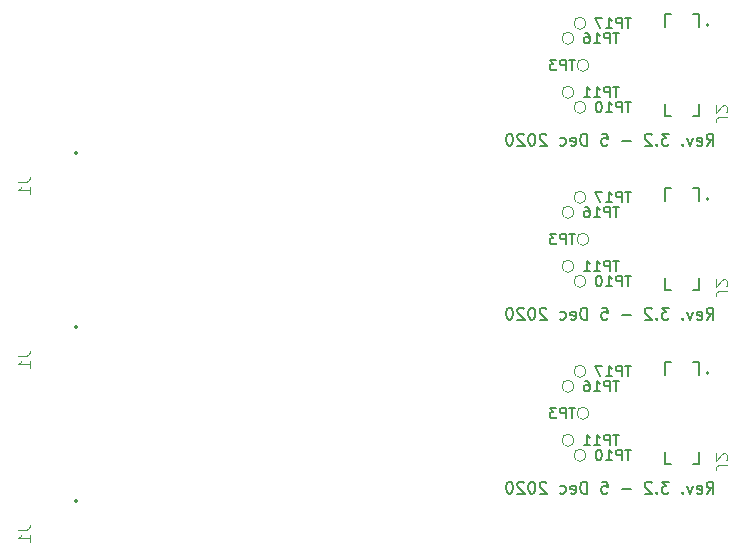
<source format=gbr>
G04 #@! TF.GenerationSoftware,KiCad,Pcbnew,(5.1.7)-1*
G04 #@! TF.CreationDate,2020-12-05T21:57:18-08:00*
G04 #@! TF.ProjectId,DellAdapter_3.1_PanelX3,44656c6c-4164-4617-9074-65725f332e31,rev?*
G04 #@! TF.SameCoordinates,Original*
G04 #@! TF.FileFunction,Legend,Bot*
G04 #@! TF.FilePolarity,Positive*
%FSLAX46Y46*%
G04 Gerber Fmt 4.6, Leading zero omitted, Abs format (unit mm)*
G04 Created by KiCad (PCBNEW (5.1.7)-1) date 2020-12-05 21:57:18*
%MOMM*%
%LPD*%
G01*
G04 APERTURE LIST*
%ADD10C,0.150000*%
%ADD11C,0.120000*%
%ADD12C,0.200000*%
%ADD13C,0.127000*%
%ADD14C,0.015000*%
G04 APERTURE END LIST*
D10*
X182942476Y-115514380D02*
X183275809Y-115038190D01*
X183513904Y-115514380D02*
X183513904Y-114514380D01*
X183132952Y-114514380D01*
X183037714Y-114562000D01*
X182990095Y-114609619D01*
X182942476Y-114704857D01*
X182942476Y-114847714D01*
X182990095Y-114942952D01*
X183037714Y-114990571D01*
X183132952Y-115038190D01*
X183513904Y-115038190D01*
X182132952Y-115466761D02*
X182228190Y-115514380D01*
X182418666Y-115514380D01*
X182513904Y-115466761D01*
X182561523Y-115371523D01*
X182561523Y-114990571D01*
X182513904Y-114895333D01*
X182418666Y-114847714D01*
X182228190Y-114847714D01*
X182132952Y-114895333D01*
X182085333Y-114990571D01*
X182085333Y-115085809D01*
X182561523Y-115181047D01*
X181752000Y-114847714D02*
X181513904Y-115514380D01*
X181275809Y-114847714D01*
X180894857Y-115419142D02*
X180847238Y-115466761D01*
X180894857Y-115514380D01*
X180942476Y-115466761D01*
X180894857Y-115419142D01*
X180894857Y-115514380D01*
X179752000Y-114514380D02*
X179132952Y-114514380D01*
X179466285Y-114895333D01*
X179323428Y-114895333D01*
X179228190Y-114942952D01*
X179180571Y-114990571D01*
X179132952Y-115085809D01*
X179132952Y-115323904D01*
X179180571Y-115419142D01*
X179228190Y-115466761D01*
X179323428Y-115514380D01*
X179609142Y-115514380D01*
X179704380Y-115466761D01*
X179752000Y-115419142D01*
X178704380Y-115419142D02*
X178656761Y-115466761D01*
X178704380Y-115514380D01*
X178752000Y-115466761D01*
X178704380Y-115419142D01*
X178704380Y-115514380D01*
X178275809Y-114609619D02*
X178228190Y-114562000D01*
X178132952Y-114514380D01*
X177894857Y-114514380D01*
X177799619Y-114562000D01*
X177752000Y-114609619D01*
X177704380Y-114704857D01*
X177704380Y-114800095D01*
X177752000Y-114942952D01*
X178323428Y-115514380D01*
X177704380Y-115514380D01*
X176513904Y-115133428D02*
X175752000Y-115133428D01*
X174037714Y-114514380D02*
X174513904Y-114514380D01*
X174561523Y-114990571D01*
X174513904Y-114942952D01*
X174418666Y-114895333D01*
X174180571Y-114895333D01*
X174085333Y-114942952D01*
X174037714Y-114990571D01*
X173990095Y-115085809D01*
X173990095Y-115323904D01*
X174037714Y-115419142D01*
X174085333Y-115466761D01*
X174180571Y-115514380D01*
X174418666Y-115514380D01*
X174513904Y-115466761D01*
X174561523Y-115419142D01*
X172799619Y-115514380D02*
X172799619Y-114514380D01*
X172561523Y-114514380D01*
X172418666Y-114562000D01*
X172323428Y-114657238D01*
X172275809Y-114752476D01*
X172228190Y-114942952D01*
X172228190Y-115085809D01*
X172275809Y-115276285D01*
X172323428Y-115371523D01*
X172418666Y-115466761D01*
X172561523Y-115514380D01*
X172799619Y-115514380D01*
X171418666Y-115466761D02*
X171513904Y-115514380D01*
X171704380Y-115514380D01*
X171799619Y-115466761D01*
X171847238Y-115371523D01*
X171847238Y-114990571D01*
X171799619Y-114895333D01*
X171704380Y-114847714D01*
X171513904Y-114847714D01*
X171418666Y-114895333D01*
X171371047Y-114990571D01*
X171371047Y-115085809D01*
X171847238Y-115181047D01*
X170513904Y-115466761D02*
X170609142Y-115514380D01*
X170799619Y-115514380D01*
X170894857Y-115466761D01*
X170942476Y-115419142D01*
X170990095Y-115323904D01*
X170990095Y-115038190D01*
X170942476Y-114942952D01*
X170894857Y-114895333D01*
X170799619Y-114847714D01*
X170609142Y-114847714D01*
X170513904Y-114895333D01*
X169371047Y-114609619D02*
X169323428Y-114562000D01*
X169228190Y-114514380D01*
X168990095Y-114514380D01*
X168894857Y-114562000D01*
X168847238Y-114609619D01*
X168799619Y-114704857D01*
X168799619Y-114800095D01*
X168847238Y-114942952D01*
X169418666Y-115514380D01*
X168799619Y-115514380D01*
X168180571Y-114514380D02*
X168085333Y-114514380D01*
X167990095Y-114562000D01*
X167942476Y-114609619D01*
X167894857Y-114704857D01*
X167847238Y-114895333D01*
X167847238Y-115133428D01*
X167894857Y-115323904D01*
X167942476Y-115419142D01*
X167990095Y-115466761D01*
X168085333Y-115514380D01*
X168180571Y-115514380D01*
X168275809Y-115466761D01*
X168323428Y-115419142D01*
X168371047Y-115323904D01*
X168418666Y-115133428D01*
X168418666Y-114895333D01*
X168371047Y-114704857D01*
X168323428Y-114609619D01*
X168275809Y-114562000D01*
X168180571Y-114514380D01*
X167466285Y-114609619D02*
X167418666Y-114562000D01*
X167323428Y-114514380D01*
X167085333Y-114514380D01*
X166990095Y-114562000D01*
X166942476Y-114609619D01*
X166894857Y-114704857D01*
X166894857Y-114800095D01*
X166942476Y-114942952D01*
X167513904Y-115514380D01*
X166894857Y-115514380D01*
X166275809Y-114514380D02*
X166180571Y-114514380D01*
X166085333Y-114562000D01*
X166037714Y-114609619D01*
X165990095Y-114704857D01*
X165942476Y-114895333D01*
X165942476Y-115133428D01*
X165990095Y-115323904D01*
X166037714Y-115419142D01*
X166085333Y-115466761D01*
X166180571Y-115514380D01*
X166275809Y-115514380D01*
X166371047Y-115466761D01*
X166418666Y-115419142D01*
X166466285Y-115323904D01*
X166513904Y-115133428D01*
X166513904Y-114895333D01*
X166466285Y-114704857D01*
X166418666Y-114609619D01*
X166371047Y-114562000D01*
X166275809Y-114514380D01*
X182942476Y-100782380D02*
X183275809Y-100306190D01*
X183513904Y-100782380D02*
X183513904Y-99782380D01*
X183132952Y-99782380D01*
X183037714Y-99830000D01*
X182990095Y-99877619D01*
X182942476Y-99972857D01*
X182942476Y-100115714D01*
X182990095Y-100210952D01*
X183037714Y-100258571D01*
X183132952Y-100306190D01*
X183513904Y-100306190D01*
X182132952Y-100734761D02*
X182228190Y-100782380D01*
X182418666Y-100782380D01*
X182513904Y-100734761D01*
X182561523Y-100639523D01*
X182561523Y-100258571D01*
X182513904Y-100163333D01*
X182418666Y-100115714D01*
X182228190Y-100115714D01*
X182132952Y-100163333D01*
X182085333Y-100258571D01*
X182085333Y-100353809D01*
X182561523Y-100449047D01*
X181752000Y-100115714D02*
X181513904Y-100782380D01*
X181275809Y-100115714D01*
X180894857Y-100687142D02*
X180847238Y-100734761D01*
X180894857Y-100782380D01*
X180942476Y-100734761D01*
X180894857Y-100687142D01*
X180894857Y-100782380D01*
X179752000Y-99782380D02*
X179132952Y-99782380D01*
X179466285Y-100163333D01*
X179323428Y-100163333D01*
X179228190Y-100210952D01*
X179180571Y-100258571D01*
X179132952Y-100353809D01*
X179132952Y-100591904D01*
X179180571Y-100687142D01*
X179228190Y-100734761D01*
X179323428Y-100782380D01*
X179609142Y-100782380D01*
X179704380Y-100734761D01*
X179752000Y-100687142D01*
X178704380Y-100687142D02*
X178656761Y-100734761D01*
X178704380Y-100782380D01*
X178752000Y-100734761D01*
X178704380Y-100687142D01*
X178704380Y-100782380D01*
X178275809Y-99877619D02*
X178228190Y-99830000D01*
X178132952Y-99782380D01*
X177894857Y-99782380D01*
X177799619Y-99830000D01*
X177752000Y-99877619D01*
X177704380Y-99972857D01*
X177704380Y-100068095D01*
X177752000Y-100210952D01*
X178323428Y-100782380D01*
X177704380Y-100782380D01*
X176513904Y-100401428D02*
X175752000Y-100401428D01*
X174037714Y-99782380D02*
X174513904Y-99782380D01*
X174561523Y-100258571D01*
X174513904Y-100210952D01*
X174418666Y-100163333D01*
X174180571Y-100163333D01*
X174085333Y-100210952D01*
X174037714Y-100258571D01*
X173990095Y-100353809D01*
X173990095Y-100591904D01*
X174037714Y-100687142D01*
X174085333Y-100734761D01*
X174180571Y-100782380D01*
X174418666Y-100782380D01*
X174513904Y-100734761D01*
X174561523Y-100687142D01*
X172799619Y-100782380D02*
X172799619Y-99782380D01*
X172561523Y-99782380D01*
X172418666Y-99830000D01*
X172323428Y-99925238D01*
X172275809Y-100020476D01*
X172228190Y-100210952D01*
X172228190Y-100353809D01*
X172275809Y-100544285D01*
X172323428Y-100639523D01*
X172418666Y-100734761D01*
X172561523Y-100782380D01*
X172799619Y-100782380D01*
X171418666Y-100734761D02*
X171513904Y-100782380D01*
X171704380Y-100782380D01*
X171799619Y-100734761D01*
X171847238Y-100639523D01*
X171847238Y-100258571D01*
X171799619Y-100163333D01*
X171704380Y-100115714D01*
X171513904Y-100115714D01*
X171418666Y-100163333D01*
X171371047Y-100258571D01*
X171371047Y-100353809D01*
X171847238Y-100449047D01*
X170513904Y-100734761D02*
X170609142Y-100782380D01*
X170799619Y-100782380D01*
X170894857Y-100734761D01*
X170942476Y-100687142D01*
X170990095Y-100591904D01*
X170990095Y-100306190D01*
X170942476Y-100210952D01*
X170894857Y-100163333D01*
X170799619Y-100115714D01*
X170609142Y-100115714D01*
X170513904Y-100163333D01*
X169371047Y-99877619D02*
X169323428Y-99830000D01*
X169228190Y-99782380D01*
X168990095Y-99782380D01*
X168894857Y-99830000D01*
X168847238Y-99877619D01*
X168799619Y-99972857D01*
X168799619Y-100068095D01*
X168847238Y-100210952D01*
X169418666Y-100782380D01*
X168799619Y-100782380D01*
X168180571Y-99782380D02*
X168085333Y-99782380D01*
X167990095Y-99830000D01*
X167942476Y-99877619D01*
X167894857Y-99972857D01*
X167847238Y-100163333D01*
X167847238Y-100401428D01*
X167894857Y-100591904D01*
X167942476Y-100687142D01*
X167990095Y-100734761D01*
X168085333Y-100782380D01*
X168180571Y-100782380D01*
X168275809Y-100734761D01*
X168323428Y-100687142D01*
X168371047Y-100591904D01*
X168418666Y-100401428D01*
X168418666Y-100163333D01*
X168371047Y-99972857D01*
X168323428Y-99877619D01*
X168275809Y-99830000D01*
X168180571Y-99782380D01*
X167466285Y-99877619D02*
X167418666Y-99830000D01*
X167323428Y-99782380D01*
X167085333Y-99782380D01*
X166990095Y-99830000D01*
X166942476Y-99877619D01*
X166894857Y-99972857D01*
X166894857Y-100068095D01*
X166942476Y-100210952D01*
X167513904Y-100782380D01*
X166894857Y-100782380D01*
X166275809Y-99782380D02*
X166180571Y-99782380D01*
X166085333Y-99830000D01*
X166037714Y-99877619D01*
X165990095Y-99972857D01*
X165942476Y-100163333D01*
X165942476Y-100401428D01*
X165990095Y-100591904D01*
X166037714Y-100687142D01*
X166085333Y-100734761D01*
X166180571Y-100782380D01*
X166275809Y-100782380D01*
X166371047Y-100734761D01*
X166418666Y-100687142D01*
X166466285Y-100591904D01*
X166513904Y-100401428D01*
X166513904Y-100163333D01*
X166466285Y-99972857D01*
X166418666Y-99877619D01*
X166371047Y-99830000D01*
X166275809Y-99782380D01*
X182942476Y-86050380D02*
X183275809Y-85574190D01*
X183513904Y-86050380D02*
X183513904Y-85050380D01*
X183132952Y-85050380D01*
X183037714Y-85098000D01*
X182990095Y-85145619D01*
X182942476Y-85240857D01*
X182942476Y-85383714D01*
X182990095Y-85478952D01*
X183037714Y-85526571D01*
X183132952Y-85574190D01*
X183513904Y-85574190D01*
X182132952Y-86002761D02*
X182228190Y-86050380D01*
X182418666Y-86050380D01*
X182513904Y-86002761D01*
X182561523Y-85907523D01*
X182561523Y-85526571D01*
X182513904Y-85431333D01*
X182418666Y-85383714D01*
X182228190Y-85383714D01*
X182132952Y-85431333D01*
X182085333Y-85526571D01*
X182085333Y-85621809D01*
X182561523Y-85717047D01*
X181752000Y-85383714D02*
X181513904Y-86050380D01*
X181275809Y-85383714D01*
X180894857Y-85955142D02*
X180847238Y-86002761D01*
X180894857Y-86050380D01*
X180942476Y-86002761D01*
X180894857Y-85955142D01*
X180894857Y-86050380D01*
X179752000Y-85050380D02*
X179132952Y-85050380D01*
X179466285Y-85431333D01*
X179323428Y-85431333D01*
X179228190Y-85478952D01*
X179180571Y-85526571D01*
X179132952Y-85621809D01*
X179132952Y-85859904D01*
X179180571Y-85955142D01*
X179228190Y-86002761D01*
X179323428Y-86050380D01*
X179609142Y-86050380D01*
X179704380Y-86002761D01*
X179752000Y-85955142D01*
X178704380Y-85955142D02*
X178656761Y-86002761D01*
X178704380Y-86050380D01*
X178752000Y-86002761D01*
X178704380Y-85955142D01*
X178704380Y-86050380D01*
X178275809Y-85145619D02*
X178228190Y-85098000D01*
X178132952Y-85050380D01*
X177894857Y-85050380D01*
X177799619Y-85098000D01*
X177752000Y-85145619D01*
X177704380Y-85240857D01*
X177704380Y-85336095D01*
X177752000Y-85478952D01*
X178323428Y-86050380D01*
X177704380Y-86050380D01*
X176513904Y-85669428D02*
X175752000Y-85669428D01*
X174037714Y-85050380D02*
X174513904Y-85050380D01*
X174561523Y-85526571D01*
X174513904Y-85478952D01*
X174418666Y-85431333D01*
X174180571Y-85431333D01*
X174085333Y-85478952D01*
X174037714Y-85526571D01*
X173990095Y-85621809D01*
X173990095Y-85859904D01*
X174037714Y-85955142D01*
X174085333Y-86002761D01*
X174180571Y-86050380D01*
X174418666Y-86050380D01*
X174513904Y-86002761D01*
X174561523Y-85955142D01*
X172799619Y-86050380D02*
X172799619Y-85050380D01*
X172561523Y-85050380D01*
X172418666Y-85098000D01*
X172323428Y-85193238D01*
X172275809Y-85288476D01*
X172228190Y-85478952D01*
X172228190Y-85621809D01*
X172275809Y-85812285D01*
X172323428Y-85907523D01*
X172418666Y-86002761D01*
X172561523Y-86050380D01*
X172799619Y-86050380D01*
X171418666Y-86002761D02*
X171513904Y-86050380D01*
X171704380Y-86050380D01*
X171799619Y-86002761D01*
X171847238Y-85907523D01*
X171847238Y-85526571D01*
X171799619Y-85431333D01*
X171704380Y-85383714D01*
X171513904Y-85383714D01*
X171418666Y-85431333D01*
X171371047Y-85526571D01*
X171371047Y-85621809D01*
X171847238Y-85717047D01*
X170513904Y-86002761D02*
X170609142Y-86050380D01*
X170799619Y-86050380D01*
X170894857Y-86002761D01*
X170942476Y-85955142D01*
X170990095Y-85859904D01*
X170990095Y-85574190D01*
X170942476Y-85478952D01*
X170894857Y-85431333D01*
X170799619Y-85383714D01*
X170609142Y-85383714D01*
X170513904Y-85431333D01*
X169371047Y-85145619D02*
X169323428Y-85098000D01*
X169228190Y-85050380D01*
X168990095Y-85050380D01*
X168894857Y-85098000D01*
X168847238Y-85145619D01*
X168799619Y-85240857D01*
X168799619Y-85336095D01*
X168847238Y-85478952D01*
X169418666Y-86050380D01*
X168799619Y-86050380D01*
X168180571Y-85050380D02*
X168085333Y-85050380D01*
X167990095Y-85098000D01*
X167942476Y-85145619D01*
X167894857Y-85240857D01*
X167847238Y-85431333D01*
X167847238Y-85669428D01*
X167894857Y-85859904D01*
X167942476Y-85955142D01*
X167990095Y-86002761D01*
X168085333Y-86050380D01*
X168180571Y-86050380D01*
X168275809Y-86002761D01*
X168323428Y-85955142D01*
X168371047Y-85859904D01*
X168418666Y-85669428D01*
X168418666Y-85431333D01*
X168371047Y-85240857D01*
X168323428Y-85145619D01*
X168275809Y-85098000D01*
X168180571Y-85050380D01*
X167466285Y-85145619D02*
X167418666Y-85098000D01*
X167323428Y-85050380D01*
X167085333Y-85050380D01*
X166990095Y-85098000D01*
X166942476Y-85145619D01*
X166894857Y-85240857D01*
X166894857Y-85336095D01*
X166942476Y-85478952D01*
X167513904Y-86050380D01*
X166894857Y-86050380D01*
X166275809Y-85050380D02*
X166180571Y-85050380D01*
X166085333Y-85098000D01*
X166037714Y-85145619D01*
X165990095Y-85240857D01*
X165942476Y-85431333D01*
X165942476Y-85669428D01*
X165990095Y-85859904D01*
X166037714Y-85955142D01*
X166085333Y-86002761D01*
X166180571Y-86050380D01*
X166275809Y-86050380D01*
X166371047Y-86002761D01*
X166418666Y-85955142D01*
X166466285Y-85859904D01*
X166513904Y-85669428D01*
X166513904Y-85431333D01*
X166466285Y-85240857D01*
X166418666Y-85145619D01*
X166371047Y-85098000D01*
X166275809Y-85050380D01*
D11*
X172720000Y-105156000D02*
G75*
G03*
X172720000Y-105156000I-508000J0D01*
G01*
X171704000Y-106426000D02*
G75*
G03*
X171704000Y-106426000I-508000J0D01*
G01*
X171704000Y-110998000D02*
G75*
G03*
X171704000Y-110998000I-508000J0D01*
G01*
X172720000Y-112268000D02*
G75*
G03*
X172720000Y-112268000I-508000J0D01*
G01*
X172974000Y-108712000D02*
G75*
G03*
X172974000Y-108712000I-508000J0D01*
G01*
D12*
X129639000Y-116130000D02*
G75*
G03*
X129639000Y-116130000I-100000J0D01*
G01*
X183088000Y-105302000D02*
G75*
G03*
X183088000Y-105302000I-100000J0D01*
G01*
X179898000Y-113042000D02*
X179448000Y-113042000D01*
X179448000Y-113042000D02*
X179448000Y-111952000D01*
X179448000Y-105472000D02*
X179448000Y-104382000D01*
X179448000Y-104382000D02*
X179898000Y-104382000D01*
X181798000Y-104382000D02*
X182248000Y-104382000D01*
X182248000Y-104382000D02*
X182248000Y-105472000D01*
X182248000Y-111952000D02*
X182248000Y-113042000D01*
X182248000Y-113042000D02*
X181798000Y-113042000D01*
D11*
X172720000Y-90424000D02*
G75*
G03*
X172720000Y-90424000I-508000J0D01*
G01*
X171704000Y-91694000D02*
G75*
G03*
X171704000Y-91694000I-508000J0D01*
G01*
X172720000Y-97536000D02*
G75*
G03*
X172720000Y-97536000I-508000J0D01*
G01*
X172974000Y-93980000D02*
G75*
G03*
X172974000Y-93980000I-508000J0D01*
G01*
D12*
X129639000Y-101398000D02*
G75*
G03*
X129639000Y-101398000I-100000J0D01*
G01*
X182248000Y-98310000D02*
X181798000Y-98310000D01*
X182248000Y-97220000D02*
X182248000Y-98310000D01*
X182248000Y-89650000D02*
X182248000Y-90740000D01*
X181798000Y-89650000D02*
X182248000Y-89650000D01*
X179448000Y-89650000D02*
X179898000Y-89650000D01*
X179448000Y-90740000D02*
X179448000Y-89650000D01*
X179448000Y-98310000D02*
X179448000Y-97220000D01*
X179898000Y-98310000D02*
X179448000Y-98310000D01*
X183088000Y-90570000D02*
G75*
G03*
X183088000Y-90570000I-100000J0D01*
G01*
D11*
X171704000Y-96266000D02*
G75*
G03*
X171704000Y-96266000I-508000J0D01*
G01*
D12*
X183088000Y-75838000D02*
G75*
G03*
X183088000Y-75838000I-100000J0D01*
G01*
X179898000Y-83578000D02*
X179448000Y-83578000D01*
X179448000Y-83578000D02*
X179448000Y-82488000D01*
X179448000Y-76008000D02*
X179448000Y-74918000D01*
X179448000Y-74918000D02*
X179898000Y-74918000D01*
X181798000Y-74918000D02*
X182248000Y-74918000D01*
X182248000Y-74918000D02*
X182248000Y-76008000D01*
X182248000Y-82488000D02*
X182248000Y-83578000D01*
X182248000Y-83578000D02*
X181798000Y-83578000D01*
X129639000Y-86666000D02*
G75*
G03*
X129639000Y-86666000I-100000J0D01*
G01*
D11*
X172974000Y-79248000D02*
G75*
G03*
X172974000Y-79248000I-508000J0D01*
G01*
X172720000Y-82804000D02*
G75*
G03*
X172720000Y-82804000I-508000J0D01*
G01*
X171704000Y-81534000D02*
G75*
G03*
X171704000Y-81534000I-508000J0D01*
G01*
X171704000Y-76962000D02*
G75*
G03*
X171704000Y-76962000I-508000J0D01*
G01*
X172720000Y-75692000D02*
G75*
G03*
X172720000Y-75692000I-508000J0D01*
G01*
D13*
X176551166Y-104669166D02*
X176043166Y-104669166D01*
X176297166Y-105558166D02*
X176297166Y-104669166D01*
X175746833Y-105558166D02*
X175746833Y-104669166D01*
X175408166Y-104669166D01*
X175323500Y-104711500D01*
X175281166Y-104753833D01*
X175238833Y-104838500D01*
X175238833Y-104965500D01*
X175281166Y-105050166D01*
X175323500Y-105092500D01*
X175408166Y-105134833D01*
X175746833Y-105134833D01*
X174392166Y-105558166D02*
X174900166Y-105558166D01*
X174646166Y-105558166D02*
X174646166Y-104669166D01*
X174730833Y-104796166D01*
X174815500Y-104880833D01*
X174900166Y-104923166D01*
X174095833Y-104669166D02*
X173503166Y-104669166D01*
X173884166Y-105558166D01*
X175535166Y-105939166D02*
X175027166Y-105939166D01*
X175281166Y-106828166D02*
X175281166Y-105939166D01*
X174730833Y-106828166D02*
X174730833Y-105939166D01*
X174392166Y-105939166D01*
X174307500Y-105981500D01*
X174265166Y-106023833D01*
X174222833Y-106108500D01*
X174222833Y-106235500D01*
X174265166Y-106320166D01*
X174307500Y-106362500D01*
X174392166Y-106404833D01*
X174730833Y-106404833D01*
X173376166Y-106828166D02*
X173884166Y-106828166D01*
X173630166Y-106828166D02*
X173630166Y-105939166D01*
X173714833Y-106066166D01*
X173799500Y-106150833D01*
X173884166Y-106193166D01*
X172614166Y-105939166D02*
X172783500Y-105939166D01*
X172868166Y-105981500D01*
X172910500Y-106023833D01*
X172995166Y-106150833D01*
X173037500Y-106320166D01*
X173037500Y-106658833D01*
X172995166Y-106743500D01*
X172952833Y-106785833D01*
X172868166Y-106828166D01*
X172698833Y-106828166D01*
X172614166Y-106785833D01*
X172571833Y-106743500D01*
X172529500Y-106658833D01*
X172529500Y-106447166D01*
X172571833Y-106362500D01*
X172614166Y-106320166D01*
X172698833Y-106277833D01*
X172868166Y-106277833D01*
X172952833Y-106320166D01*
X172995166Y-106362500D01*
X173037500Y-106447166D01*
X175535166Y-110511166D02*
X175027166Y-110511166D01*
X175281166Y-111400166D02*
X175281166Y-110511166D01*
X174730833Y-111400166D02*
X174730833Y-110511166D01*
X174392166Y-110511166D01*
X174307500Y-110553500D01*
X174265166Y-110595833D01*
X174222833Y-110680500D01*
X174222833Y-110807500D01*
X174265166Y-110892166D01*
X174307500Y-110934500D01*
X174392166Y-110976833D01*
X174730833Y-110976833D01*
X173376166Y-111400166D02*
X173884166Y-111400166D01*
X173630166Y-111400166D02*
X173630166Y-110511166D01*
X173714833Y-110638166D01*
X173799500Y-110722833D01*
X173884166Y-110765166D01*
X172529500Y-111400166D02*
X173037500Y-111400166D01*
X172783500Y-111400166D02*
X172783500Y-110511166D01*
X172868166Y-110638166D01*
X172952833Y-110722833D01*
X173037500Y-110765166D01*
X176551166Y-111781166D02*
X176043166Y-111781166D01*
X176297166Y-112670166D02*
X176297166Y-111781166D01*
X175746833Y-112670166D02*
X175746833Y-111781166D01*
X175408166Y-111781166D01*
X175323500Y-111823500D01*
X175281166Y-111865833D01*
X175238833Y-111950500D01*
X175238833Y-112077500D01*
X175281166Y-112162166D01*
X175323500Y-112204500D01*
X175408166Y-112246833D01*
X175746833Y-112246833D01*
X174392166Y-112670166D02*
X174900166Y-112670166D01*
X174646166Y-112670166D02*
X174646166Y-111781166D01*
X174730833Y-111908166D01*
X174815500Y-111992833D01*
X174900166Y-112035166D01*
X173841833Y-111781166D02*
X173757166Y-111781166D01*
X173672500Y-111823500D01*
X173630166Y-111865833D01*
X173587833Y-111950500D01*
X173545500Y-112119833D01*
X173545500Y-112331500D01*
X173587833Y-112500833D01*
X173630166Y-112585500D01*
X173672500Y-112627833D01*
X173757166Y-112670166D01*
X173841833Y-112670166D01*
X173926500Y-112627833D01*
X173968833Y-112585500D01*
X174011166Y-112500833D01*
X174053500Y-112331500D01*
X174053500Y-112119833D01*
X174011166Y-111950500D01*
X173968833Y-111865833D01*
X173926500Y-111823500D01*
X173841833Y-111781166D01*
X171809833Y-108225166D02*
X171301833Y-108225166D01*
X171555833Y-109114166D02*
X171555833Y-108225166D01*
X171005500Y-109114166D02*
X171005500Y-108225166D01*
X170666833Y-108225166D01*
X170582166Y-108267500D01*
X170539833Y-108309833D01*
X170497500Y-108394500D01*
X170497500Y-108521500D01*
X170539833Y-108606166D01*
X170582166Y-108648500D01*
X170666833Y-108690833D01*
X171005500Y-108690833D01*
X170201166Y-108225166D02*
X169650833Y-108225166D01*
X169947166Y-108563833D01*
X169820166Y-108563833D01*
X169735500Y-108606166D01*
X169693166Y-108648500D01*
X169650833Y-108733166D01*
X169650833Y-108944833D01*
X169693166Y-109029500D01*
X169735500Y-109071833D01*
X169820166Y-109114166D01*
X170074166Y-109114166D01*
X170158833Y-109071833D01*
X170201166Y-109029500D01*
D14*
X124616349Y-118584099D02*
X125330950Y-118584099D01*
X125473870Y-118536459D01*
X125569150Y-118441179D01*
X125616790Y-118298259D01*
X125616790Y-118202979D01*
X125616790Y-119584540D02*
X125616790Y-119012860D01*
X125616790Y-119298700D02*
X124616349Y-119298700D01*
X124759269Y-119203420D01*
X124854549Y-119108140D01*
X124902189Y-119012860D01*
X184697619Y-113109333D02*
X183983333Y-113109333D01*
X183840476Y-113156952D01*
X183745238Y-113252190D01*
X183697619Y-113395047D01*
X183697619Y-113490285D01*
X184602380Y-112680761D02*
X184650000Y-112633142D01*
X184697619Y-112537904D01*
X184697619Y-112299809D01*
X184650000Y-112204571D01*
X184602380Y-112156952D01*
X184507142Y-112109333D01*
X184411904Y-112109333D01*
X184269047Y-112156952D01*
X183697619Y-112728380D01*
X183697619Y-112109333D01*
D13*
X176551166Y-89937166D02*
X176043166Y-89937166D01*
X176297166Y-90826166D02*
X176297166Y-89937166D01*
X175746833Y-90826166D02*
X175746833Y-89937166D01*
X175408166Y-89937166D01*
X175323500Y-89979500D01*
X175281166Y-90021833D01*
X175238833Y-90106500D01*
X175238833Y-90233500D01*
X175281166Y-90318166D01*
X175323500Y-90360500D01*
X175408166Y-90402833D01*
X175746833Y-90402833D01*
X174392166Y-90826166D02*
X174900166Y-90826166D01*
X174646166Y-90826166D02*
X174646166Y-89937166D01*
X174730833Y-90064166D01*
X174815500Y-90148833D01*
X174900166Y-90191166D01*
X174095833Y-89937166D02*
X173503166Y-89937166D01*
X173884166Y-90826166D01*
X175535166Y-91207166D02*
X175027166Y-91207166D01*
X175281166Y-92096166D02*
X175281166Y-91207166D01*
X174730833Y-92096166D02*
X174730833Y-91207166D01*
X174392166Y-91207166D01*
X174307500Y-91249500D01*
X174265166Y-91291833D01*
X174222833Y-91376500D01*
X174222833Y-91503500D01*
X174265166Y-91588166D01*
X174307500Y-91630500D01*
X174392166Y-91672833D01*
X174730833Y-91672833D01*
X173376166Y-92096166D02*
X173884166Y-92096166D01*
X173630166Y-92096166D02*
X173630166Y-91207166D01*
X173714833Y-91334166D01*
X173799500Y-91418833D01*
X173884166Y-91461166D01*
X172614166Y-91207166D02*
X172783500Y-91207166D01*
X172868166Y-91249500D01*
X172910500Y-91291833D01*
X172995166Y-91418833D01*
X173037500Y-91588166D01*
X173037500Y-91926833D01*
X172995166Y-92011500D01*
X172952833Y-92053833D01*
X172868166Y-92096166D01*
X172698833Y-92096166D01*
X172614166Y-92053833D01*
X172571833Y-92011500D01*
X172529500Y-91926833D01*
X172529500Y-91715166D01*
X172571833Y-91630500D01*
X172614166Y-91588166D01*
X172698833Y-91545833D01*
X172868166Y-91545833D01*
X172952833Y-91588166D01*
X172995166Y-91630500D01*
X173037500Y-91715166D01*
X176551166Y-97049166D02*
X176043166Y-97049166D01*
X176297166Y-97938166D02*
X176297166Y-97049166D01*
X175746833Y-97938166D02*
X175746833Y-97049166D01*
X175408166Y-97049166D01*
X175323500Y-97091500D01*
X175281166Y-97133833D01*
X175238833Y-97218500D01*
X175238833Y-97345500D01*
X175281166Y-97430166D01*
X175323500Y-97472500D01*
X175408166Y-97514833D01*
X175746833Y-97514833D01*
X174392166Y-97938166D02*
X174900166Y-97938166D01*
X174646166Y-97938166D02*
X174646166Y-97049166D01*
X174730833Y-97176166D01*
X174815500Y-97260833D01*
X174900166Y-97303166D01*
X173841833Y-97049166D02*
X173757166Y-97049166D01*
X173672500Y-97091500D01*
X173630166Y-97133833D01*
X173587833Y-97218500D01*
X173545500Y-97387833D01*
X173545500Y-97599500D01*
X173587833Y-97768833D01*
X173630166Y-97853500D01*
X173672500Y-97895833D01*
X173757166Y-97938166D01*
X173841833Y-97938166D01*
X173926500Y-97895833D01*
X173968833Y-97853500D01*
X174011166Y-97768833D01*
X174053500Y-97599500D01*
X174053500Y-97387833D01*
X174011166Y-97218500D01*
X173968833Y-97133833D01*
X173926500Y-97091500D01*
X173841833Y-97049166D01*
X171809833Y-93493166D02*
X171301833Y-93493166D01*
X171555833Y-94382166D02*
X171555833Y-93493166D01*
X171005500Y-94382166D02*
X171005500Y-93493166D01*
X170666833Y-93493166D01*
X170582166Y-93535500D01*
X170539833Y-93577833D01*
X170497500Y-93662500D01*
X170497500Y-93789500D01*
X170539833Y-93874166D01*
X170582166Y-93916500D01*
X170666833Y-93958833D01*
X171005500Y-93958833D01*
X170201166Y-93493166D02*
X169650833Y-93493166D01*
X169947166Y-93831833D01*
X169820166Y-93831833D01*
X169735500Y-93874166D01*
X169693166Y-93916500D01*
X169650833Y-94001166D01*
X169650833Y-94212833D01*
X169693166Y-94297500D01*
X169735500Y-94339833D01*
X169820166Y-94382166D01*
X170074166Y-94382166D01*
X170158833Y-94339833D01*
X170201166Y-94297500D01*
D14*
X124616349Y-103852099D02*
X125330950Y-103852099D01*
X125473870Y-103804459D01*
X125569150Y-103709179D01*
X125616790Y-103566259D01*
X125616790Y-103470979D01*
X125616790Y-104852540D02*
X125616790Y-104280860D01*
X125616790Y-104566700D02*
X124616349Y-104566700D01*
X124759269Y-104471420D01*
X124854549Y-104376140D01*
X124902189Y-104280860D01*
X184697619Y-98377333D02*
X183983333Y-98377333D01*
X183840476Y-98424952D01*
X183745238Y-98520190D01*
X183697619Y-98663047D01*
X183697619Y-98758285D01*
X184602380Y-97948761D02*
X184650000Y-97901142D01*
X184697619Y-97805904D01*
X184697619Y-97567809D01*
X184650000Y-97472571D01*
X184602380Y-97424952D01*
X184507142Y-97377333D01*
X184411904Y-97377333D01*
X184269047Y-97424952D01*
X183697619Y-97996380D01*
X183697619Y-97377333D01*
D13*
X175535166Y-95779166D02*
X175027166Y-95779166D01*
X175281166Y-96668166D02*
X175281166Y-95779166D01*
X174730833Y-96668166D02*
X174730833Y-95779166D01*
X174392166Y-95779166D01*
X174307500Y-95821500D01*
X174265166Y-95863833D01*
X174222833Y-95948500D01*
X174222833Y-96075500D01*
X174265166Y-96160166D01*
X174307500Y-96202500D01*
X174392166Y-96244833D01*
X174730833Y-96244833D01*
X173376166Y-96668166D02*
X173884166Y-96668166D01*
X173630166Y-96668166D02*
X173630166Y-95779166D01*
X173714833Y-95906166D01*
X173799500Y-95990833D01*
X173884166Y-96033166D01*
X172529500Y-96668166D02*
X173037500Y-96668166D01*
X172783500Y-96668166D02*
X172783500Y-95779166D01*
X172868166Y-95906166D01*
X172952833Y-95990833D01*
X173037500Y-96033166D01*
D14*
X184697619Y-83645333D02*
X183983333Y-83645333D01*
X183840476Y-83692952D01*
X183745238Y-83788190D01*
X183697619Y-83931047D01*
X183697619Y-84026285D01*
X184602380Y-83216761D02*
X184650000Y-83169142D01*
X184697619Y-83073904D01*
X184697619Y-82835809D01*
X184650000Y-82740571D01*
X184602380Y-82692952D01*
X184507142Y-82645333D01*
X184411904Y-82645333D01*
X184269047Y-82692952D01*
X183697619Y-83264380D01*
X183697619Y-82645333D01*
X124616349Y-89120099D02*
X125330950Y-89120099D01*
X125473870Y-89072459D01*
X125569150Y-88977179D01*
X125616790Y-88834259D01*
X125616790Y-88738979D01*
X125616790Y-90120540D02*
X125616790Y-89548860D01*
X125616790Y-89834700D02*
X124616349Y-89834700D01*
X124759269Y-89739420D01*
X124854549Y-89644140D01*
X124902189Y-89548860D01*
D13*
X171809833Y-78761166D02*
X171301833Y-78761166D01*
X171555833Y-79650166D02*
X171555833Y-78761166D01*
X171005500Y-79650166D02*
X171005500Y-78761166D01*
X170666833Y-78761166D01*
X170582166Y-78803500D01*
X170539833Y-78845833D01*
X170497500Y-78930500D01*
X170497500Y-79057500D01*
X170539833Y-79142166D01*
X170582166Y-79184500D01*
X170666833Y-79226833D01*
X171005500Y-79226833D01*
X170201166Y-78761166D02*
X169650833Y-78761166D01*
X169947166Y-79099833D01*
X169820166Y-79099833D01*
X169735500Y-79142166D01*
X169693166Y-79184500D01*
X169650833Y-79269166D01*
X169650833Y-79480833D01*
X169693166Y-79565500D01*
X169735500Y-79607833D01*
X169820166Y-79650166D01*
X170074166Y-79650166D01*
X170158833Y-79607833D01*
X170201166Y-79565500D01*
X176551166Y-82317166D02*
X176043166Y-82317166D01*
X176297166Y-83206166D02*
X176297166Y-82317166D01*
X175746833Y-83206166D02*
X175746833Y-82317166D01*
X175408166Y-82317166D01*
X175323500Y-82359500D01*
X175281166Y-82401833D01*
X175238833Y-82486500D01*
X175238833Y-82613500D01*
X175281166Y-82698166D01*
X175323500Y-82740500D01*
X175408166Y-82782833D01*
X175746833Y-82782833D01*
X174392166Y-83206166D02*
X174900166Y-83206166D01*
X174646166Y-83206166D02*
X174646166Y-82317166D01*
X174730833Y-82444166D01*
X174815500Y-82528833D01*
X174900166Y-82571166D01*
X173841833Y-82317166D02*
X173757166Y-82317166D01*
X173672500Y-82359500D01*
X173630166Y-82401833D01*
X173587833Y-82486500D01*
X173545500Y-82655833D01*
X173545500Y-82867500D01*
X173587833Y-83036833D01*
X173630166Y-83121500D01*
X173672500Y-83163833D01*
X173757166Y-83206166D01*
X173841833Y-83206166D01*
X173926500Y-83163833D01*
X173968833Y-83121500D01*
X174011166Y-83036833D01*
X174053500Y-82867500D01*
X174053500Y-82655833D01*
X174011166Y-82486500D01*
X173968833Y-82401833D01*
X173926500Y-82359500D01*
X173841833Y-82317166D01*
X175535166Y-81047166D02*
X175027166Y-81047166D01*
X175281166Y-81936166D02*
X175281166Y-81047166D01*
X174730833Y-81936166D02*
X174730833Y-81047166D01*
X174392166Y-81047166D01*
X174307500Y-81089500D01*
X174265166Y-81131833D01*
X174222833Y-81216500D01*
X174222833Y-81343500D01*
X174265166Y-81428166D01*
X174307500Y-81470500D01*
X174392166Y-81512833D01*
X174730833Y-81512833D01*
X173376166Y-81936166D02*
X173884166Y-81936166D01*
X173630166Y-81936166D02*
X173630166Y-81047166D01*
X173714833Y-81174166D01*
X173799500Y-81258833D01*
X173884166Y-81301166D01*
X172529500Y-81936166D02*
X173037500Y-81936166D01*
X172783500Y-81936166D02*
X172783500Y-81047166D01*
X172868166Y-81174166D01*
X172952833Y-81258833D01*
X173037500Y-81301166D01*
X175535166Y-76475166D02*
X175027166Y-76475166D01*
X175281166Y-77364166D02*
X175281166Y-76475166D01*
X174730833Y-77364166D02*
X174730833Y-76475166D01*
X174392166Y-76475166D01*
X174307500Y-76517500D01*
X174265166Y-76559833D01*
X174222833Y-76644500D01*
X174222833Y-76771500D01*
X174265166Y-76856166D01*
X174307500Y-76898500D01*
X174392166Y-76940833D01*
X174730833Y-76940833D01*
X173376166Y-77364166D02*
X173884166Y-77364166D01*
X173630166Y-77364166D02*
X173630166Y-76475166D01*
X173714833Y-76602166D01*
X173799500Y-76686833D01*
X173884166Y-76729166D01*
X172614166Y-76475166D02*
X172783500Y-76475166D01*
X172868166Y-76517500D01*
X172910500Y-76559833D01*
X172995166Y-76686833D01*
X173037500Y-76856166D01*
X173037500Y-77194833D01*
X172995166Y-77279500D01*
X172952833Y-77321833D01*
X172868166Y-77364166D01*
X172698833Y-77364166D01*
X172614166Y-77321833D01*
X172571833Y-77279500D01*
X172529500Y-77194833D01*
X172529500Y-76983166D01*
X172571833Y-76898500D01*
X172614166Y-76856166D01*
X172698833Y-76813833D01*
X172868166Y-76813833D01*
X172952833Y-76856166D01*
X172995166Y-76898500D01*
X173037500Y-76983166D01*
X176551166Y-75205166D02*
X176043166Y-75205166D01*
X176297166Y-76094166D02*
X176297166Y-75205166D01*
X175746833Y-76094166D02*
X175746833Y-75205166D01*
X175408166Y-75205166D01*
X175323500Y-75247500D01*
X175281166Y-75289833D01*
X175238833Y-75374500D01*
X175238833Y-75501500D01*
X175281166Y-75586166D01*
X175323500Y-75628500D01*
X175408166Y-75670833D01*
X175746833Y-75670833D01*
X174392166Y-76094166D02*
X174900166Y-76094166D01*
X174646166Y-76094166D02*
X174646166Y-75205166D01*
X174730833Y-75332166D01*
X174815500Y-75416833D01*
X174900166Y-75459166D01*
X174095833Y-75205166D02*
X173503166Y-75205166D01*
X173884166Y-76094166D01*
M02*

</source>
